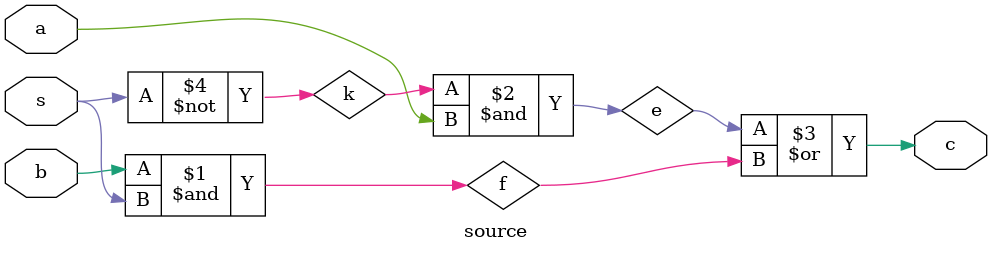
<source format=v>
module source(a, b, c, s);

	input wire a, b, s;  // INPUT PORT
	output wire c;	    // OUTPUT PORT
	wire e, f, k;		// INTERNAL SIGNALS

and(f, b, s);    // F = B & S
not(k, s);	// K = !S
and(e, k, a);	// E = K & A
or(c, e, f); 	// C = E & F

endmodule
</source>
